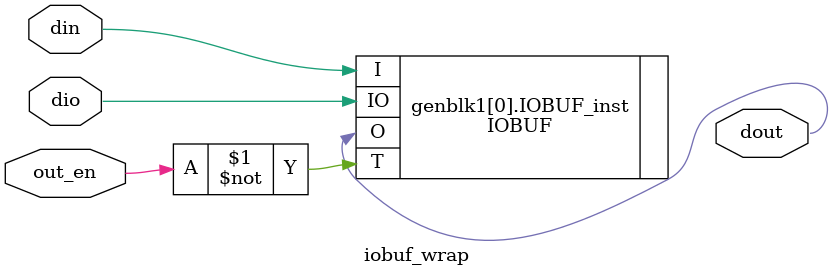
<source format=v>
module iobuf_wrap #(
    parameter BUS_WIDTH = 1
)(
    input  [BUS_WIDTH-1:0] din   ,
    output [BUS_WIDTH-1:0] dout  ,
    inout  [BUS_WIDTH-1:0] dio   ,
    input                  out_en
);

genvar i;
generate
    for(i = 0; i < BUS_WIDTH; i = i + 1) begin
        IOBUF IOBUF_inst (
            .O ( dout[i]  ), // 1-bit output: Buffer output
            .I ( din[i]   ), // 1-bit input: Buffer input
            .IO( dio[i]   ), // 1-bit inout: Buffer inout (connect directly to top-level port)
            .T (~out_en   )  // 1-bit input: 3-state enable input
        );
    end
endgenerate

endmodule
</source>
